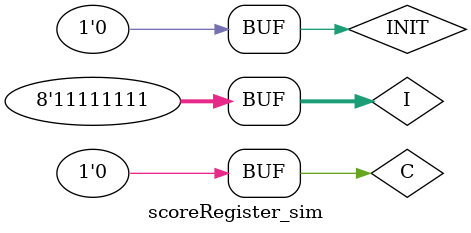
<source format=v>
`timescale 1ns / 1ps


module scoreRegister_sim;

	// Inputs
	reg [7:0] I;
	reg C;
	reg INIT;

	// Outputs
	wire [7:0] O;

	// Instantiate the Unit Under Test (UUT)
	scoreRegister uut (
		.I(I), 
		.C(C), 
		.INIT(INIT), 
		.O(O)
	);

	initial begin
		// Initialize Inputs
		I = 8'b00000001;
		C = 0;
		INIT = 0;

		// Wait 100 ns for global reset to finish
		#100;
        
		// Add stimulus here
		
		#1 INIT = 1;
		#1 INIT = 0;
		#1 C = 1;
		#1 I=8'b11111111;
		#1 C = 0;
		#1 C = 1;
		#1 C = 0;
		

	end
      
endmodule


</source>
